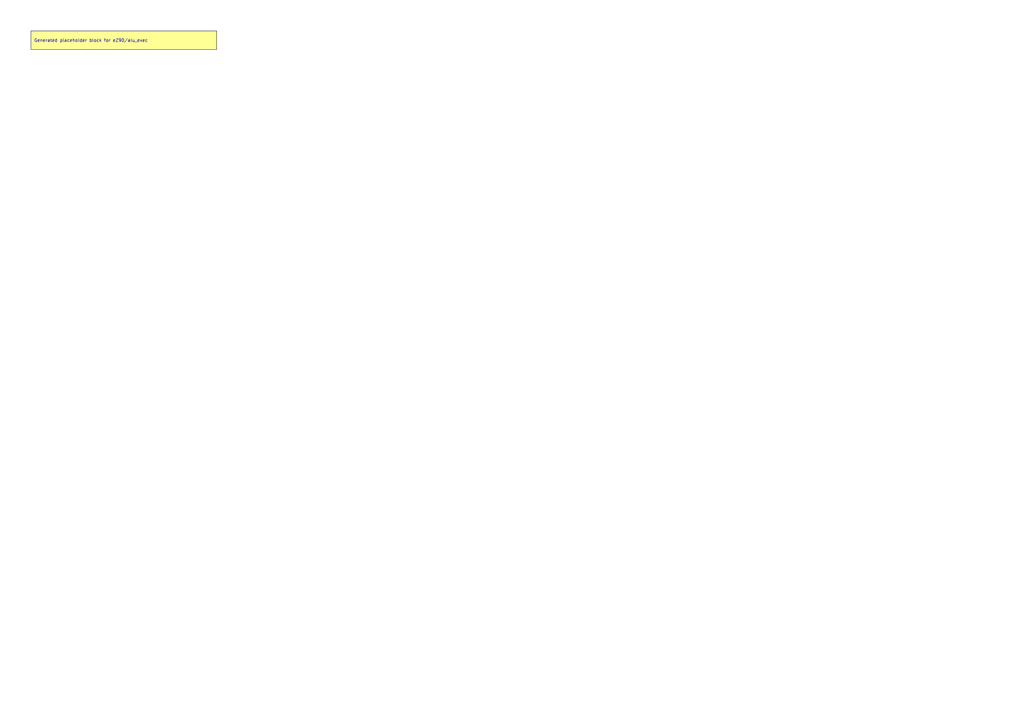
<source format=kicad_sch>
(kicad_sch
	(version 20250114)
	(generator "kicadgen")
	(generator_version "0.1")
	(uuid "74156746-7fee-5a95-8b6b-aff46815b733")
	(paper "A3")
	(title_block
		(title "eZ90::alu_exec")
		(company "Project Carbon")
		(comment 1 "Generated - do not edit in generated/")
		(comment 2 "Edit in schem/kicad9/manual/ or refine mapping specs")
	)
	(lib_symbols)
	(text_box
		"Generated placeholder block for eZ90/alu_exec"
		(exclude_from_sim no)
		(at
			12.7
			12.7
			0
		)
		(size 76.2 7.62)
		(margins
			1.27
			1.27
			1.27
			1.27
		)
		(stroke
			(width 0)
			(type default)
			(color
				0
				0
				0
				1
			)
		)
		(fill
			(type color)
			(color
				255
				255
				150
				1
			)
		)
		(effects
			(font
				(size 1.27 1.27)
			)
			(justify left)
		)
		(uuid "0cd10e5b-1ba8-5a1e-bd5b-a8b155f94e8d")
	)
	(sheet_instances
		(path
			"/"
			(page "1")
		)
	)
	(embedded_fonts no)
)

</source>
